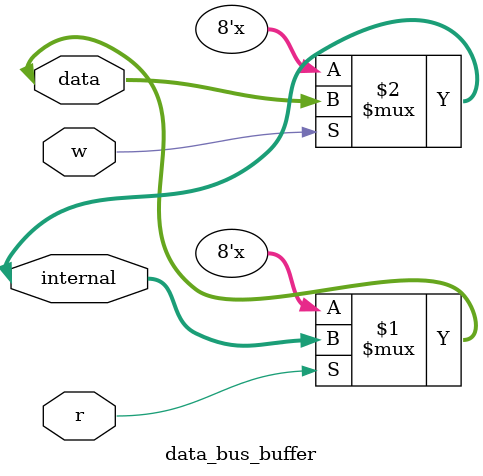
<source format=v>
module data_bus_buffer (
    inout [7:0] data,
    inout [7:0] internal,
    input r,
    input w
);

    /* reg [7:0] data_reg, internal_reg;

    always @(*) begin
        if (r == 1)
            data_reg <= internal;
        else if (w == 1)
            internal_reg <= data;
        else begin
            data_reg <= data_reg;
            internal_reg <= internal_reg;
        end

    end */

    assign data = r ? internal : 8'bzzzzzzzz;
    assign internal = w ? data : 8'bzzzzzzzz;

endmodule

</source>
